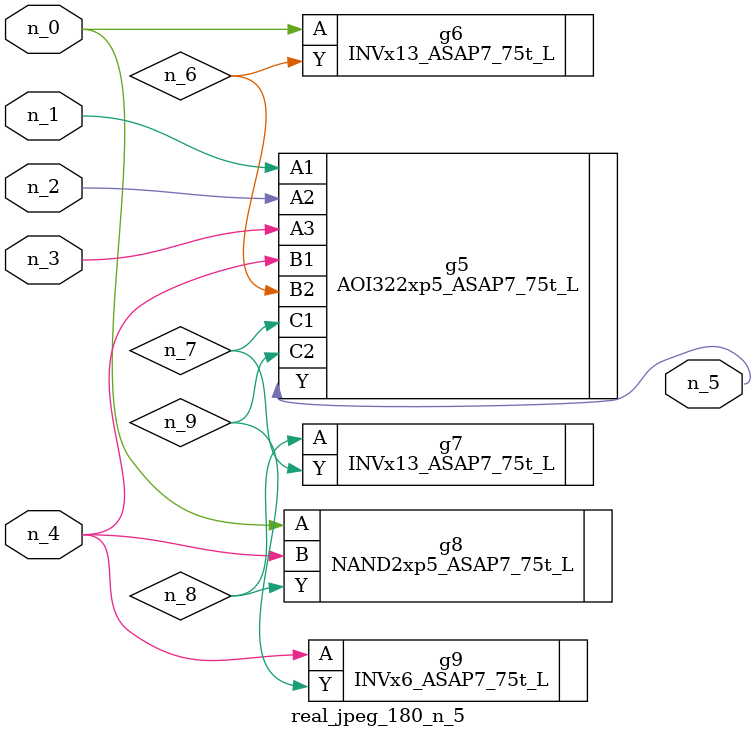
<source format=v>
module real_jpeg_180_n_5 (n_4, n_0, n_1, n_2, n_3, n_5);

input n_4;
input n_0;
input n_1;
input n_2;
input n_3;

output n_5;

wire n_8;
wire n_6;
wire n_7;
wire n_9;

INVx13_ASAP7_75t_L g6 ( 
.A(n_0),
.Y(n_6)
);

NAND2xp5_ASAP7_75t_L g8 ( 
.A(n_0),
.B(n_4),
.Y(n_8)
);

AOI322xp5_ASAP7_75t_L g5 ( 
.A1(n_1),
.A2(n_2),
.A3(n_3),
.B1(n_4),
.B2(n_6),
.C1(n_7),
.C2(n_9),
.Y(n_5)
);

INVx6_ASAP7_75t_L g9 ( 
.A(n_4),
.Y(n_9)
);

INVx13_ASAP7_75t_L g7 ( 
.A(n_8),
.Y(n_7)
);


endmodule
</source>
